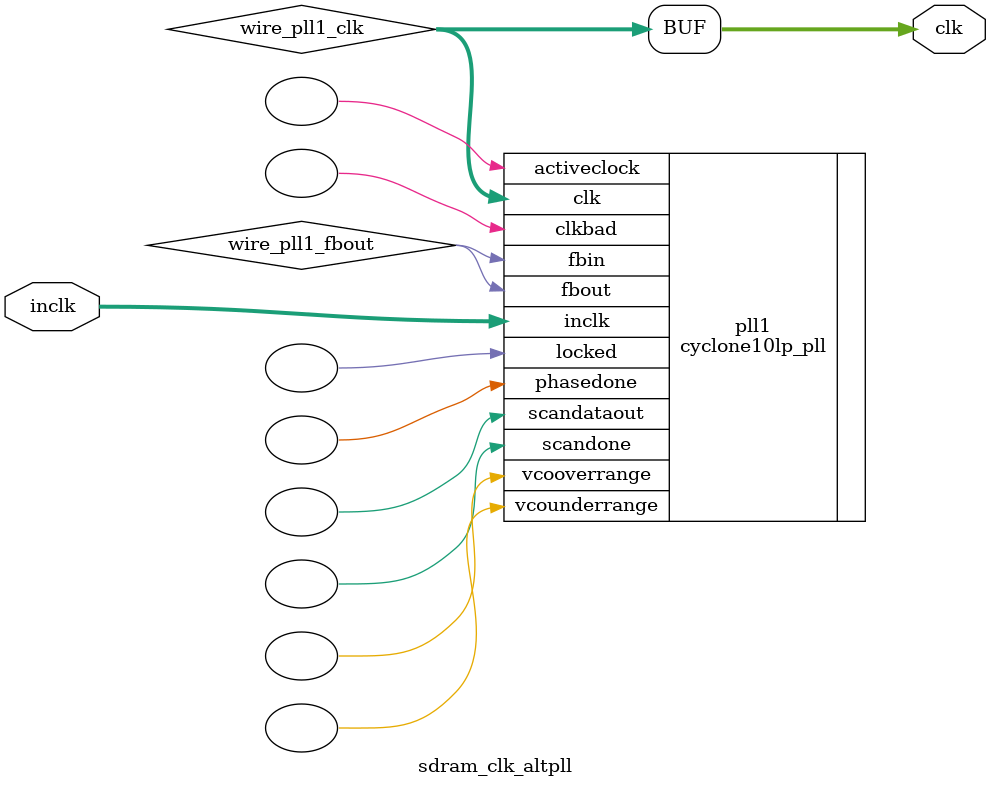
<source format=v>






//synthesis_resources = cyclone10lp_pll 1 
//synopsys translate_off
`timescale 1 ps / 1 ps
//synopsys translate_on
module  sdram_clk_altpll
	( 
	clk,
	inclk) /* synthesis synthesis_clearbox=1 */;
	output   [4:0]  clk;
	input   [1:0]  inclk;
`ifndef ALTERA_RESERVED_QIS
// synopsys translate_off
`endif
	tri0   [1:0]  inclk;
`ifndef ALTERA_RESERVED_QIS
// synopsys translate_on
`endif

	wire  [4:0]   wire_pll1_clk;
	wire  wire_pll1_fbout;

	cyclone10lp_pll   pll1
	( 
	.activeclock(),
	.clk(wire_pll1_clk),
	.clkbad(),
	.fbin(wire_pll1_fbout),
	.fbout(wire_pll1_fbout),
	.inclk(inclk),
	.locked(),
	.phasedone(),
	.scandataout(),
	.scandone(),
	.vcooverrange(),
	.vcounderrange()
	`ifndef FORMAL_VERIFICATION
	// synopsys translate_off
	`endif
	,
	.areset(1'b0),
	.clkswitch(1'b0),
	.configupdate(1'b0),
	.pfdena(1'b1),
	.phasecounterselect({3{1'b0}}),
	.phasestep(1'b0),
	.phaseupdown(1'b0),
	.scanclk(1'b0),
	.scanclkena(1'b1),
	.scandata(1'b0)
	`ifndef FORMAL_VERIFICATION
	// synopsys translate_on
	`endif
	);
	defparam
		pll1.bandwidth_type = "auto",
		pll1.clk0_divide_by = 1,
		pll1.clk0_duty_cycle = 50,
		pll1.clk0_multiply_by = 3,
		pll1.clk0_phase_shift = "0",
		pll1.clk1_divide_by = 1,
		pll1.clk1_duty_cycle = 50,
		pll1.clk1_multiply_by = 3,
		pll1.clk1_phase_shift = "-1259",
		pll1.compensate_clock = "clk0",
		pll1.inclk0_input_frequency = 20000,
		pll1.operation_mode = "normal",
		pll1.pll_type = "auto",
		pll1.lpm_type = "cyclone10lp_pll";
	assign
		clk = {wire_pll1_clk[4:0]};
endmodule //sdram_clk_altpll
//VALID FILE

</source>
